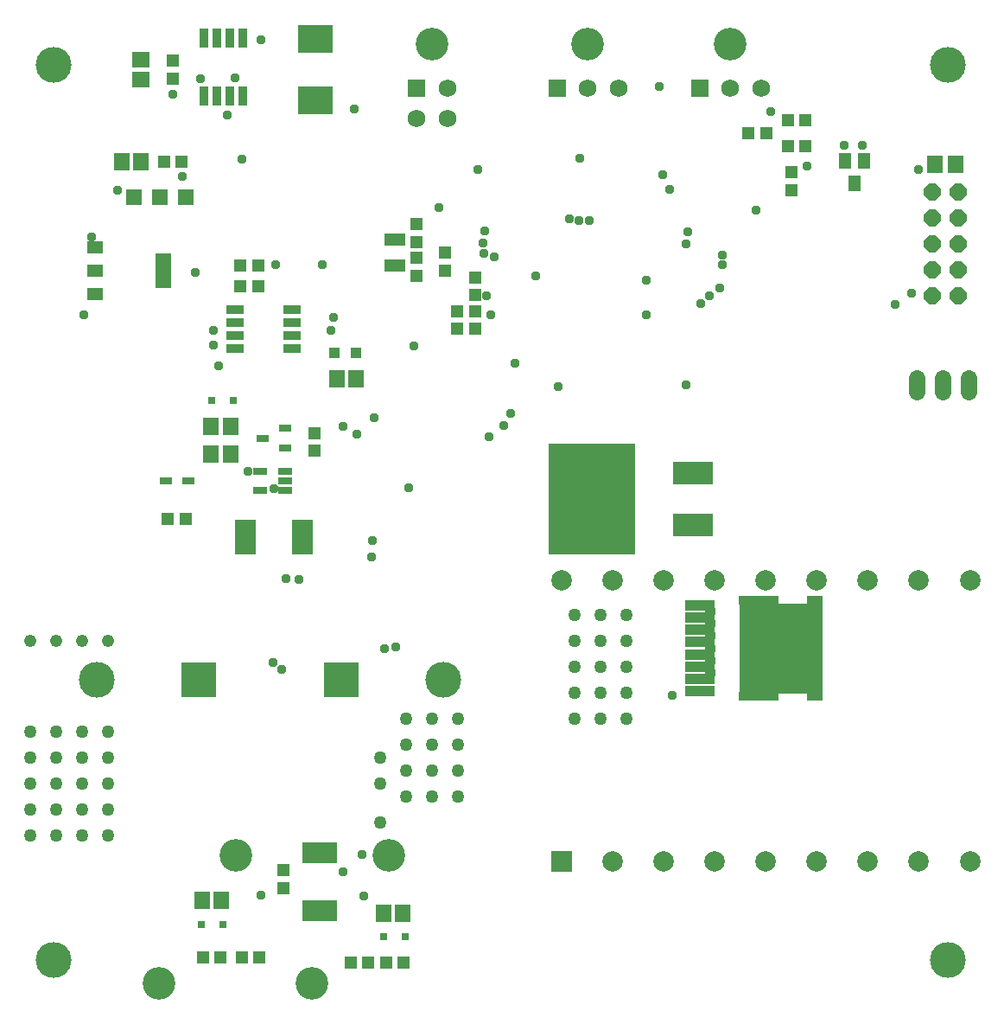
<source format=gbr>
G04 EAGLE Gerber RS-274X export*
G75*
%MOMM*%
%FSLAX34Y34*%
%LPD*%
%INSoldermask Bottom*%
%IPPOS*%
%AMOC8*
5,1,8,0,0,1.08239X$1,22.5*%
G01*
%ADD10R,1.553200X1.153200*%
%ADD11R,1.553200X3.453200*%
%ADD12R,1.733200X1.733200*%
%ADD13C,1.733200*%
%ADD14C,3.203200*%
%ADD15R,3.403600X2.768600*%
%ADD16R,0.812800X1.866900*%
%ADD17R,1.283200X1.253200*%
%ADD18R,1.611200X1.611200*%
%ADD19R,1.703200X1.503200*%
%ADD20R,1.503200X1.703200*%
%ADD21R,1.253200X1.283200*%
%ADD22R,1.203200X1.303200*%
%ADD23C,1.625600*%
%ADD24R,2.006600X1.219200*%
%ADD25R,1.303200X1.203200*%
%ADD26R,1.503200X1.803200*%
%ADD27P,1.759533X8X112.500000*%
%ADD28R,1.203200X1.603200*%
%ADD29C,3.503200*%
%ADD30R,2.003200X2.003200*%
%ADD31C,2.003200*%
%ADD32R,0.803200X0.653200*%
%ADD33R,3.503200X3.503200*%
%ADD34R,3.403200X2.003200*%
%ADD35R,2.003200X3.403200*%
%ADD36R,1.203200X0.803200*%
%ADD37R,4.013200X2.235200*%
%ADD38R,8.583200X10.863200*%
%ADD39R,1.673200X0.853200*%
%ADD40R,1.003200X1.103200*%
%ADD41R,1.403200X0.803200*%
%ADD42R,1.253200X0.803200*%
%ADD43R,3.003200X1.003200*%
%ADD44R,8.203200X8.903200*%
%ADD45R,1.003200X0.703200*%
%ADD46R,3.903200X0.903200*%
%ADD47R,1.603200X0.903200*%
%ADD48C,1.259600*%
%ADD49C,1.209600*%
%ADD50C,0.959600*%


D10*
X101120Y707250D03*
X101120Y730250D03*
X101120Y753250D03*
D11*
X168120Y730250D03*
D12*
X416800Y909300D03*
D13*
X416800Y879300D03*
X446800Y909300D03*
X446800Y879300D03*
D14*
X431800Y952500D03*
D15*
X317500Y896747D03*
X317500Y957453D03*
D16*
X208280Y957898D03*
X220980Y957898D03*
X233680Y957898D03*
X246380Y957898D03*
X246380Y901383D03*
X233680Y901383D03*
X220980Y901383D03*
X208280Y901383D03*
D17*
X177800Y918350D03*
X177800Y935850D03*
D18*
X139700Y802640D03*
X165100Y802640D03*
X190500Y802640D03*
D19*
X146050Y917600D03*
X146050Y936600D03*
D20*
X127660Y836930D03*
X146660Y836930D03*
D21*
X186550Y836930D03*
X169050Y836930D03*
D17*
X473710Y706260D03*
X473710Y723760D03*
X455930Y673240D03*
X455930Y690740D03*
D22*
X473710Y673490D03*
X473710Y690490D03*
D23*
X906780Y625602D02*
X906780Y611378D01*
X932180Y611378D02*
X932180Y625602D01*
X957580Y625602D02*
X957580Y611378D01*
D24*
X394970Y735584D03*
X394970Y760476D03*
D17*
X416560Y758330D03*
X416560Y775830D03*
X416560Y742810D03*
X416560Y725310D03*
D25*
X444500Y730640D03*
X444500Y747640D03*
D26*
X924720Y834390D03*
X944720Y834390D03*
D27*
X947420Y706120D03*
X922020Y706120D03*
X947420Y731520D03*
X922020Y731520D03*
X947420Y756920D03*
X922020Y756920D03*
X947420Y782320D03*
X922020Y782320D03*
X947420Y807720D03*
X922020Y807720D03*
D12*
X554200Y909300D03*
D13*
X584200Y909300D03*
X614200Y909300D03*
D14*
X584200Y952500D03*
D12*
X693900Y909300D03*
D13*
X723900Y909300D03*
X753900Y909300D03*
D14*
X723900Y952500D03*
D17*
X783590Y809130D03*
X783590Y826630D03*
D28*
X845820Y815770D03*
X855320Y837770D03*
X836320Y837770D03*
D22*
X780170Y877570D03*
X797170Y877570D03*
X780170Y852170D03*
X797170Y852170D03*
D21*
X759320Y864870D03*
X741820Y864870D03*
D29*
X937260Y932180D03*
X60960Y932180D03*
X60960Y55880D03*
X937260Y55880D03*
D14*
X389300Y157700D03*
X314300Y32700D03*
X239300Y157700D03*
X164300Y32700D03*
D30*
X558800Y152400D03*
D31*
X608800Y152400D03*
X658800Y152400D03*
X708800Y152400D03*
X758800Y152400D03*
X808800Y152400D03*
X858800Y152400D03*
X908800Y152400D03*
X958800Y152400D03*
X958800Y427400D03*
X908800Y427400D03*
X858800Y427400D03*
X808800Y427400D03*
X758800Y427400D03*
X708800Y427400D03*
X658800Y427400D03*
X608800Y427400D03*
X558800Y427400D03*
D22*
X369180Y53340D03*
X352180Y53340D03*
X403470Y53340D03*
X386470Y53340D03*
X245500Y58420D03*
X262500Y58420D03*
X207400Y58420D03*
X224400Y58420D03*
D32*
X226500Y90170D03*
X205300Y90170D03*
X384370Y78740D03*
X405570Y78740D03*
D33*
X342900Y330200D03*
D29*
X442900Y330200D03*
D34*
X321310Y104080D03*
X321310Y160080D03*
D35*
X248860Y469900D03*
X304860Y469900D03*
D36*
X170610Y524510D03*
X192610Y524510D03*
D20*
X215290Y551180D03*
X234290Y551180D03*
X215290Y577850D03*
X234290Y577850D03*
D37*
X687120Y532130D03*
X687120Y481330D03*
D38*
X587970Y506730D03*
D39*
X239050Y654050D03*
X239050Y666750D03*
X239050Y679450D03*
X239050Y692150D03*
X294350Y692150D03*
X294350Y679450D03*
X294350Y666750D03*
X294350Y654050D03*
D21*
X261480Y715010D03*
X243980Y715010D03*
D20*
X338480Y624840D03*
X357480Y624840D03*
D40*
X336210Y650240D03*
X357210Y650240D03*
D41*
X288090Y534010D03*
X288090Y524510D03*
X288090Y515010D03*
X263090Y515010D03*
X263090Y534010D03*
D21*
X172860Y487680D03*
X190360Y487680D03*
D42*
X287860Y575920D03*
X287860Y556920D03*
X265860Y566420D03*
D32*
X236660Y603250D03*
X215460Y603250D03*
D17*
X316230Y571360D03*
X316230Y553860D03*
D33*
X203200Y330200D03*
D29*
X103200Y330200D03*
D43*
X694400Y318650D03*
X694400Y330650D03*
X694400Y342650D03*
X694400Y354650D03*
X694400Y366650D03*
X694400Y378650D03*
X694400Y390650D03*
X694400Y402650D03*
D44*
X773400Y360650D03*
D45*
X704400Y336650D03*
X704400Y348650D03*
X704400Y360650D03*
X704400Y372650D03*
X704400Y384650D03*
X704400Y396650D03*
D46*
X751900Y313650D03*
X751900Y407650D03*
D47*
X806400Y313650D03*
X806400Y407650D03*
D20*
X225400Y114300D03*
X206400Y114300D03*
X384200Y101600D03*
X403200Y101600D03*
D17*
X285750Y125870D03*
X285750Y143370D03*
D21*
X261480Y735330D03*
X243980Y735330D03*
D48*
X406400Y292100D03*
X114300Y228600D03*
X88900Y228600D03*
X88900Y203200D03*
X114300Y203200D03*
X88900Y177800D03*
X114300Y177800D03*
X63500Y177800D03*
X38100Y177800D03*
X38100Y203200D03*
X63500Y203200D03*
X63500Y228600D03*
X38100Y228600D03*
X38100Y254000D03*
X38100Y279400D03*
X63500Y254000D03*
X63500Y279400D03*
X88900Y254000D03*
X88900Y279400D03*
X114300Y254000D03*
X114300Y279400D03*
X381000Y190500D03*
X406400Y215900D03*
X431800Y215900D03*
X457200Y215900D03*
X457200Y241300D03*
X431800Y241300D03*
X406400Y241300D03*
X381000Y228600D03*
X381000Y254000D03*
X406400Y266700D03*
X431800Y266700D03*
X457200Y266700D03*
X457200Y292100D03*
X431800Y292100D03*
X571500Y292100D03*
X596900Y292100D03*
X622300Y292100D03*
X622300Y317500D03*
X596900Y317500D03*
X571500Y317500D03*
X571500Y342900D03*
X596900Y342900D03*
X622300Y342900D03*
X622300Y368300D03*
X596900Y368300D03*
X571500Y368300D03*
X571500Y393700D03*
X596900Y393700D03*
X622300Y393700D03*
D49*
X38100Y368300D03*
X63500Y368300D03*
X88900Y368300D03*
X114300Y368300D03*
D50*
X513080Y640080D03*
X408940Y518160D03*
X238760Y919480D03*
X177800Y902970D03*
X231140Y882650D03*
X278130Y736600D03*
X245110Y839470D03*
X90170Y687070D03*
X199390Y728980D03*
X908050Y829310D03*
X488950Y687070D03*
X485140Y706120D03*
X492760Y743740D03*
X483160Y769060D03*
X438150Y792480D03*
X476250Y829310D03*
X664210Y810260D03*
X749300Y789940D03*
X680720Y618490D03*
X554990Y617220D03*
X414020Y656590D03*
X323850Y736600D03*
X186690Y822960D03*
X97790Y763270D03*
X798830Y833120D03*
X222250Y637540D03*
X264160Y956310D03*
X355600Y889000D03*
X204470Y918210D03*
X123190Y808990D03*
X694690Y698500D03*
X533400Y725170D03*
X885190Y697230D03*
X901700Y708660D03*
X641350Y687070D03*
X566222Y781050D03*
X576580Y840740D03*
X481876Y756965D03*
X482600Y747080D03*
X657860Y824230D03*
X641350Y721360D03*
X585470Y779780D03*
X713740Y713740D03*
X703580Y706120D03*
X575310Y779780D03*
X835660Y853440D03*
X763270Y886460D03*
X853440Y853440D03*
X654050Y910590D03*
X680720Y756920D03*
X716280Y735810D03*
X682421Y768420D03*
X716280Y745490D03*
X509020Y590800D03*
X335280Y684530D03*
X501650Y579120D03*
X332740Y671830D03*
X217170Y657860D03*
X217170Y671830D03*
X384810Y360680D03*
X372110Y450370D03*
X373380Y466090D03*
X300990Y427990D03*
X284480Y340360D03*
X364490Y118110D03*
X264160Y119380D03*
X288290Y429260D03*
X344170Y577850D03*
X374650Y586740D03*
X275590Y346710D03*
X396240Y361950D03*
X363220Y158750D03*
X344170Y142240D03*
X276860Y516890D03*
X251460Y534010D03*
X358140Y570230D03*
X487680Y567690D03*
X666750Y314960D03*
M02*

</source>
